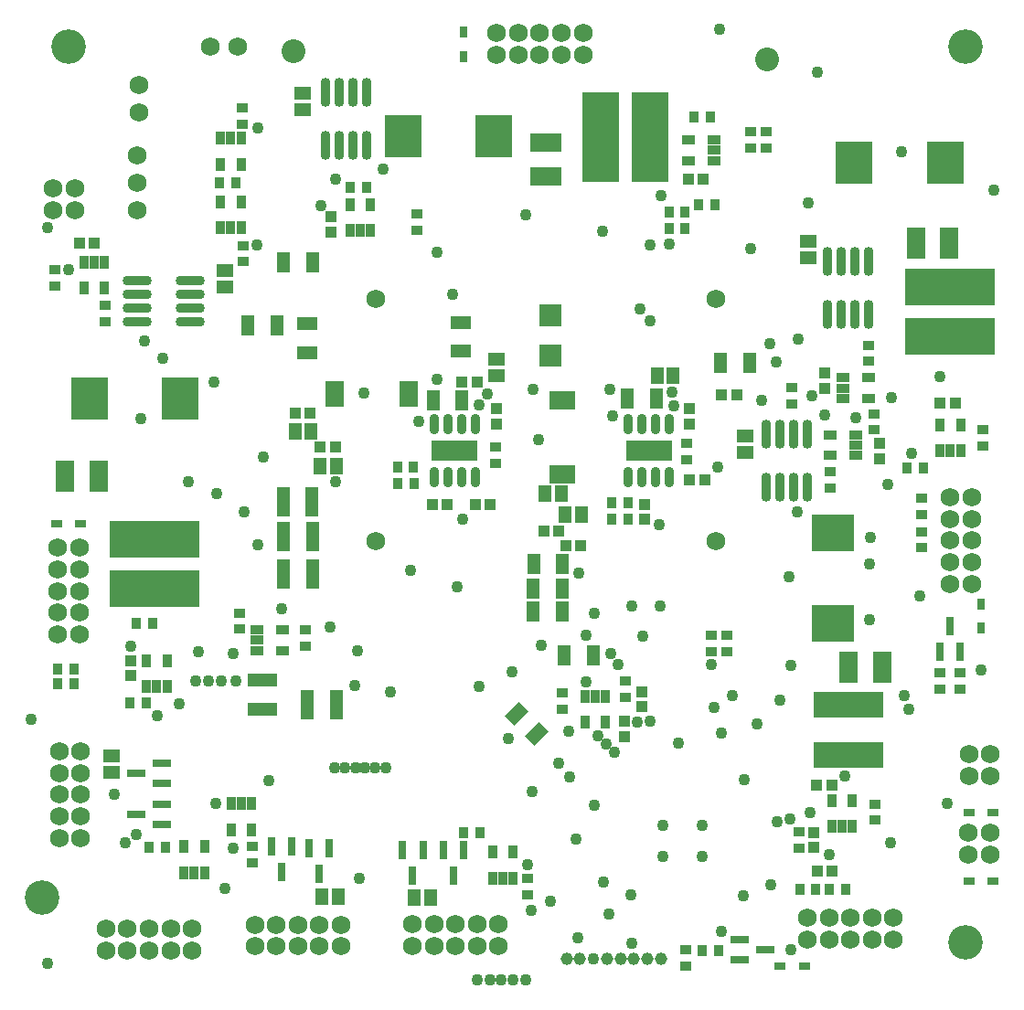
<source format=gbr>
%TF.GenerationSoftware,Altium Limited,Altium Designer,18.1.7 (191)*%
G04 Layer_Color=8388736*
%FSLAX43Y43*%
%MOMM*%
%TF.FileFunction,Soldermask,Top*%
%TF.Part,Single*%
G01*
G75*
%TA.AperFunction,SMDPad,CuDef*%
%ADD78R,0.903X1.103*%
%ADD79R,1.653X0.803*%
%ADD80R,1.603X1.303*%
%ADD81R,0.803X1.653*%
%ADD82R,1.103X0.903*%
%ADD83R,1.303X1.603*%
%ADD84R,1.303X0.853*%
%ADD85R,1.003X1.103*%
%ADD86R,1.103X1.003*%
%TA.AperFunction,ComponentPad*%
%ADD87C,1.727*%
%TA.AperFunction,ViaPad*%
%ADD88C,2.203*%
%ADD89C,3.203*%
%TA.AperFunction,ComponentPad*%
%ADD90C,1.153*%
%ADD91C,1.103*%
%TA.AperFunction,ViaPad*%
%ADD92C,1.103*%
%TA.AperFunction,SMDPad,CuDef*%
%ADD96R,4.203X1.953*%
%ADD97O,0.903X1.903*%
%ADD98R,0.853X1.303*%
%ADD99R,2.153X2.103*%
%ADD100O,0.903X2.703*%
%ADD101O,2.703X0.903*%
%ADD102R,3.903X3.503*%
%ADD103R,3.503X8.403*%
%ADD104R,8.403X3.503*%
%ADD105R,1.303X2.803*%
%ADD106R,1.703X3.003*%
%ADD107R,3.003X1.703*%
%ADD108R,6.503X2.403*%
%ADD109R,1.803X2.403*%
%ADD110R,2.403X1.803*%
%ADD111R,3.503X3.903*%
%ADD112R,1.053X0.653*%
%ADD113R,0.653X1.053*%
%ADD114R,1.303X1.903*%
%ADD115R,1.903X1.303*%
G04:AMPARAMS|DCode=116|XSize=1.903mm|YSize=1.303mm|CornerRadius=0mm|HoleSize=0mm|Usage=FLASHONLY|Rotation=45.000|XOffset=0mm|YOffset=0mm|HoleType=Round|Shape=Rectangle|*
%AMROTATEDRECTD116*
4,1,4,-0.212,-1.134,-1.134,-0.212,0.212,1.134,1.134,0.212,-0.212,-1.134,0.0*
%
%ADD116ROTATEDRECTD116*%

%ADD117R,2.803X1.303*%
D78*
X51750Y63850D02*
D03*
X53250D02*
D03*
X53225Y65400D02*
D03*
X51725D02*
D03*
X71575Y62050D02*
D03*
X73075D02*
D03*
X73075Y60525D02*
D03*
X71575D02*
D03*
X57850Y31500D02*
D03*
X59350D02*
D03*
X88975Y26275D02*
D03*
X90475D02*
D03*
X91725D02*
D03*
X93225D02*
D03*
X79950Y20575D02*
D03*
X81450D02*
D03*
X80675Y97800D02*
D03*
X79175D02*
D03*
X26975Y43475D02*
D03*
X28475D02*
D03*
X27525Y50900D02*
D03*
X29025D02*
D03*
X98900Y65300D02*
D03*
X100400D02*
D03*
X20275Y46675D02*
D03*
X21775D02*
D03*
X21775Y45275D02*
D03*
X20275D02*
D03*
X81100Y89625D02*
D03*
X79600D02*
D03*
X48850Y91300D02*
D03*
X47350D02*
D03*
X35275Y91700D02*
D03*
X36775D02*
D03*
X30250Y30175D02*
D03*
X28750D02*
D03*
X76850Y87500D02*
D03*
X78350D02*
D03*
X76850Y88950D02*
D03*
X78350D02*
D03*
D79*
X85750Y20675D02*
D03*
X83400Y19725D02*
D03*
Y21625D02*
D03*
X27525Y33200D02*
D03*
X29875Y34150D02*
D03*
Y32250D02*
D03*
X27525Y37000D02*
D03*
X29875Y37950D02*
D03*
Y36050D02*
D03*
D80*
X42900Y98475D02*
D03*
Y99975D02*
D03*
X83950Y66700D02*
D03*
Y68200D02*
D03*
X89800Y86275D02*
D03*
Y84775D02*
D03*
X35775Y83550D02*
D03*
Y82050D02*
D03*
X25250Y37100D02*
D03*
Y38600D02*
D03*
X60875Y73850D02*
D03*
Y75350D02*
D03*
D81*
X45400Y30075D02*
D03*
X43500D02*
D03*
X44450Y27725D02*
D03*
X54075Y29900D02*
D03*
X52175D02*
D03*
X53125Y27550D02*
D03*
X41950Y30200D02*
D03*
X40050D02*
D03*
X41000Y27850D02*
D03*
X102900Y50650D02*
D03*
X103850Y48300D02*
D03*
X101950D02*
D03*
X57850Y29900D02*
D03*
X55950D02*
D03*
X56900Y27550D02*
D03*
D82*
X43200Y48775D02*
D03*
Y50275D02*
D03*
X82200Y48250D02*
D03*
Y49750D02*
D03*
X38250Y28725D02*
D03*
Y30225D02*
D03*
X63750Y25775D02*
D03*
Y27275D02*
D03*
X78450Y20625D02*
D03*
Y19125D02*
D03*
X103850Y44775D02*
D03*
Y46275D02*
D03*
X67000Y44425D02*
D03*
Y42925D02*
D03*
X72800Y45550D02*
D03*
Y44050D02*
D03*
X37450Y84375D02*
D03*
Y85875D02*
D03*
X37075Y51850D02*
D03*
Y50350D02*
D03*
X37325Y97150D02*
D03*
Y98650D02*
D03*
X91825Y64925D02*
D03*
Y63425D02*
D03*
X88950Y30050D02*
D03*
Y31550D02*
D03*
X95825Y68800D02*
D03*
Y70300D02*
D03*
X95925Y32650D02*
D03*
Y34150D02*
D03*
X101950Y44800D02*
D03*
Y46300D02*
D03*
X53500Y87325D02*
D03*
Y88825D02*
D03*
X85875Y96425D02*
D03*
Y94925D02*
D03*
X84400Y94925D02*
D03*
Y96425D02*
D03*
X24625Y80350D02*
D03*
Y78850D02*
D03*
X20000Y83625D02*
D03*
Y82125D02*
D03*
X95325Y75150D02*
D03*
Y76650D02*
D03*
X88200Y71200D02*
D03*
Y72700D02*
D03*
X100275Y57875D02*
D03*
Y59375D02*
D03*
Y61000D02*
D03*
Y62500D02*
D03*
X105950Y67325D02*
D03*
Y68825D02*
D03*
X60800Y65725D02*
D03*
Y67225D02*
D03*
X78525Y66075D02*
D03*
Y67575D02*
D03*
X80775Y48250D02*
D03*
Y49750D02*
D03*
D83*
X46225Y25550D02*
D03*
X44725D02*
D03*
X65375Y62875D02*
D03*
X66875D02*
D03*
X42225Y68650D02*
D03*
X43725D02*
D03*
X54775Y25500D02*
D03*
X53275D02*
D03*
X77250Y73800D02*
D03*
X75750D02*
D03*
X44575Y65475D02*
D03*
X46075D02*
D03*
X68725Y60925D02*
D03*
X67225D02*
D03*
D84*
X95350Y73625D02*
D03*
Y71725D02*
D03*
X92950D02*
D03*
Y72675D02*
D03*
Y73625D02*
D03*
X78650Y93750D02*
D03*
Y95650D02*
D03*
X81050D02*
D03*
Y94700D02*
D03*
Y93750D02*
D03*
X94175Y66450D02*
D03*
Y67400D02*
D03*
Y68350D02*
D03*
X91775D02*
D03*
Y66450D02*
D03*
X38675Y50275D02*
D03*
Y49325D02*
D03*
Y48375D02*
D03*
X41075D02*
D03*
Y50275D02*
D03*
D85*
X80175Y64200D02*
D03*
X78775D02*
D03*
X56325Y61925D02*
D03*
X54925D02*
D03*
X60300Y61850D02*
D03*
X58900D02*
D03*
X80050Y92050D02*
D03*
X78650D02*
D03*
X90525Y35900D02*
D03*
X91925D02*
D03*
X103375Y71325D02*
D03*
X101975D02*
D03*
X22275Y86100D02*
D03*
X23675D02*
D03*
X91975Y27925D02*
D03*
X90575D02*
D03*
X81725Y72075D02*
D03*
X83125D02*
D03*
X57675Y73275D02*
D03*
X59075D02*
D03*
X43625Y70375D02*
D03*
X42225D02*
D03*
X44575Y67200D02*
D03*
X45975D02*
D03*
X67300Y58050D02*
D03*
X68700D02*
D03*
X66675Y59400D02*
D03*
X65275D02*
D03*
D86*
X74600Y61925D02*
D03*
Y60525D02*
D03*
X78725Y69375D02*
D03*
Y70775D02*
D03*
X60875Y69350D02*
D03*
Y70750D02*
D03*
X96325Y66150D02*
D03*
Y67550D02*
D03*
X27050Y46050D02*
D03*
Y47450D02*
D03*
X91325Y74075D02*
D03*
Y72675D02*
D03*
X45550Y87125D02*
D03*
Y88525D02*
D03*
X90250Y30100D02*
D03*
Y31500D02*
D03*
X74375Y43150D02*
D03*
Y44550D02*
D03*
X72725Y41825D02*
D03*
Y40425D02*
D03*
D87*
X104625Y38750D02*
D03*
Y36750D02*
D03*
X106625Y38750D02*
D03*
Y36750D02*
D03*
X53100Y23000D02*
D03*
Y21000D02*
D03*
X55100Y23000D02*
D03*
Y21000D02*
D03*
X57100Y23000D02*
D03*
Y21000D02*
D03*
X59100Y23000D02*
D03*
Y21000D02*
D03*
X61100Y23000D02*
D03*
Y21000D02*
D03*
X20400Y39025D02*
D03*
X22400D02*
D03*
X20400Y37025D02*
D03*
X22400D02*
D03*
X20400Y35025D02*
D03*
X22400D02*
D03*
X20400Y33025D02*
D03*
X22400D02*
D03*
X20400Y31025D02*
D03*
X22400D02*
D03*
X27600Y89160D02*
D03*
Y91700D02*
D03*
Y94240D02*
D03*
X89675Y21625D02*
D03*
Y23625D02*
D03*
X91675Y21625D02*
D03*
Y23625D02*
D03*
X93675Y21625D02*
D03*
Y23625D02*
D03*
X95675Y21625D02*
D03*
Y23625D02*
D03*
X97675Y21625D02*
D03*
Y23625D02*
D03*
X104600Y31475D02*
D03*
Y29475D02*
D03*
X106600Y31475D02*
D03*
Y29475D02*
D03*
X27775Y98250D02*
D03*
Y100775D02*
D03*
X46500Y22975D02*
D03*
Y20975D02*
D03*
X44500Y22975D02*
D03*
Y20975D02*
D03*
X42500Y22975D02*
D03*
Y20975D02*
D03*
X40500Y22975D02*
D03*
Y20975D02*
D03*
X38500Y22975D02*
D03*
Y20975D02*
D03*
X32725Y22575D02*
D03*
Y20575D02*
D03*
X30725Y22575D02*
D03*
Y20575D02*
D03*
X28725Y22575D02*
D03*
Y20575D02*
D03*
X26725Y22575D02*
D03*
Y20575D02*
D03*
X24725Y22575D02*
D03*
Y20575D02*
D03*
X20275Y49875D02*
D03*
Y51875D02*
D03*
Y55875D02*
D03*
X22275Y51875D02*
D03*
X20275Y53875D02*
D03*
X22275Y49875D02*
D03*
Y53875D02*
D03*
X20275Y57875D02*
D03*
X22275Y55875D02*
D03*
Y57875D02*
D03*
X104900Y54550D02*
D03*
X102900D02*
D03*
X104900Y56550D02*
D03*
X102900D02*
D03*
X104900Y58550D02*
D03*
X102900D02*
D03*
X104900Y60550D02*
D03*
X102900D02*
D03*
X104900Y62550D02*
D03*
X102900D02*
D03*
X34400Y104325D02*
D03*
X36925D02*
D03*
X81250Y58500D02*
D03*
Y80900D02*
D03*
X49750D02*
D03*
Y58500D02*
D03*
X68900Y105575D02*
D03*
Y103575D02*
D03*
X66900Y105575D02*
D03*
Y103575D02*
D03*
X64900Y105575D02*
D03*
Y103575D02*
D03*
X62900Y105575D02*
D03*
Y103575D02*
D03*
X60900Y105575D02*
D03*
Y103575D02*
D03*
X21850Y89150D02*
D03*
Y91150D02*
D03*
X19850Y89150D02*
D03*
Y91150D02*
D03*
D88*
X85950Y103100D02*
D03*
X42125Y103875D02*
D03*
D89*
X104350Y21325D02*
D03*
X104325Y104350D02*
D03*
X21300Y104350D02*
D03*
X18775Y25525D02*
D03*
D90*
X76125Y19825D02*
D03*
X74875D02*
D03*
X73625D02*
D03*
X72375D02*
D03*
X71125D02*
D03*
X68625D02*
D03*
X67375D02*
D03*
D91*
X69875D02*
D03*
D92*
X50675Y37500D02*
D03*
X49650D02*
D03*
X46875Y37475D02*
D03*
X47825Y37500D02*
D03*
X45925D02*
D03*
X48700D02*
D03*
X39825Y36300D02*
D03*
X88825Y77225D02*
D03*
X84400Y85600D02*
D03*
X95450Y56425D02*
D03*
X88750Y61200D02*
D03*
X71450Y48075D02*
D03*
X60025Y72150D02*
D03*
X71350Y72575D02*
D03*
X26475Y30525D02*
D03*
X41000Y52225D02*
D03*
X45475Y50550D02*
D03*
X46025Y63975D02*
D03*
X48650Y72225D02*
D03*
X51025Y44550D02*
D03*
X47800Y45150D02*
D03*
X64175Y35325D02*
D03*
X69150Y45425D02*
D03*
X27550Y31300D02*
D03*
X77725Y39800D02*
D03*
X75150Y41825D02*
D03*
X63775Y28500D02*
D03*
X19325Y87550D02*
D03*
X61975Y40200D02*
D03*
X62300Y46375D02*
D03*
X37525Y61200D02*
D03*
X76325Y29325D02*
D03*
X105800Y46600D02*
D03*
X89900Y33375D02*
D03*
X75100Y78875D02*
D03*
X74200Y80050D02*
D03*
X98675Y44175D02*
D03*
X73450Y21250D02*
D03*
X66675Y37900D02*
D03*
X71600Y70100D02*
D03*
X86775Y75100D02*
D03*
X59125Y17850D02*
D03*
X81550Y105900D02*
D03*
X106950Y91050D02*
D03*
X98425Y94575D02*
D03*
X91700Y29500D02*
D03*
X57225Y54275D02*
D03*
X39300Y66325D02*
D03*
X34750Y73275D02*
D03*
X27975Y69875D02*
D03*
X38775Y58150D02*
D03*
X32350Y64025D02*
D03*
X48050Y48325D02*
D03*
X67675Y36625D02*
D03*
X83775Y25625D02*
D03*
X86300Y26650D02*
D03*
X67550Y40925D02*
D03*
X65900Y25125D02*
D03*
X73300Y25725D02*
D03*
X95450Y51225D02*
D03*
X95475Y58800D02*
D03*
X74425Y49700D02*
D03*
X73425Y52500D02*
D03*
X87975Y55175D02*
D03*
X82700Y44175D02*
D03*
X88125Y47000D02*
D03*
X69150Y49775D02*
D03*
X76075Y52500D02*
D03*
X76000Y60025D02*
D03*
X64250Y72600D02*
D03*
X57725Y60575D02*
D03*
X64775Y67875D02*
D03*
X73950Y41725D02*
D03*
X55400Y73475D02*
D03*
X81750Y22350D02*
D03*
X91325Y70200D02*
D03*
X38675Y85900D02*
D03*
X36525Y48125D02*
D03*
X44625Y89550D02*
D03*
X76125Y90475D02*
D03*
X90100Y71950D02*
D03*
X99075Y42950D02*
D03*
X94175Y69950D02*
D03*
X21225Y83625D02*
D03*
X72175Y47100D02*
D03*
X38825Y96750D02*
D03*
X85000Y41575D02*
D03*
X70675Y87225D02*
D03*
X19325Y19400D02*
D03*
X87175Y43800D02*
D03*
X88125Y20675D02*
D03*
X102600Y34200D02*
D03*
X64125Y24300D02*
D03*
X55400Y85250D02*
D03*
X56825Y81325D02*
D03*
X75075Y85950D02*
D03*
X63625Y88725D02*
D03*
X90600Y101975D02*
D03*
X89750Y89850D02*
D03*
X17825Y42000D02*
D03*
X59300Y45075D02*
D03*
X70800Y26950D02*
D03*
X83825Y36375D02*
D03*
X76325Y32150D02*
D03*
X79900D02*
D03*
Y29300D02*
D03*
X100100Y53425D02*
D03*
X99350Y66650D02*
D03*
X97125Y63750D02*
D03*
X77175Y72275D02*
D03*
X86225Y76750D02*
D03*
X85450Y71525D02*
D03*
X81375Y65350D02*
D03*
X46025Y92025D02*
D03*
X50425Y92925D02*
D03*
X30000Y75475D02*
D03*
X28325Y77050D02*
D03*
X53700Y69600D02*
D03*
X81075Y43100D02*
D03*
X80775Y47100D02*
D03*
X69975Y51800D02*
D03*
X57425Y66900D02*
D03*
X58400D02*
D03*
X56500D02*
D03*
X55575D02*
D03*
X68250Y30875D02*
D03*
X36475Y30075D02*
D03*
X34875Y34175D02*
D03*
X29500Y42350D02*
D03*
X25475Y35075D02*
D03*
X71300Y23975D02*
D03*
X81750Y40700D02*
D03*
X69990Y34010D02*
D03*
X97350Y30550D02*
D03*
X65075Y48850D02*
D03*
X68500Y55550D02*
D03*
X59275Y71150D02*
D03*
X77350Y71025D02*
D03*
X88075Y32775D02*
D03*
X86900Y32550D02*
D03*
X101975Y73725D02*
D03*
X76900Y86025D02*
D03*
X31475Y43400D02*
D03*
X35000Y62900D02*
D03*
X27050Y48775D02*
D03*
X97450Y71800D02*
D03*
X63575Y17850D02*
D03*
X62400D02*
D03*
X61325D02*
D03*
X60275D02*
D03*
X70250Y40450D02*
D03*
X71787Y38987D02*
D03*
X71025Y39700D02*
D03*
X93125Y36725D02*
D03*
X35750Y26300D02*
D03*
X48225Y27250D02*
D03*
X33325Y48300D02*
D03*
X52925Y55825D02*
D03*
X33050Y45525D02*
D03*
X34225Y45550D02*
D03*
X35425Y45525D02*
D03*
X36775D02*
D03*
X68450Y21725D02*
D03*
X74500Y66850D02*
D03*
X73650Y66825D02*
D03*
X75350Y66850D02*
D03*
X76175D02*
D03*
D96*
X75025Y66900D02*
D03*
X57025Y66925D02*
D03*
D97*
X73092Y64390D02*
D03*
X74362D02*
D03*
X75632D02*
D03*
X76902D02*
D03*
X73092Y69340D02*
D03*
X74362D02*
D03*
X75632D02*
D03*
X76902D02*
D03*
X58902Y69365D02*
D03*
X57632D02*
D03*
X56362D02*
D03*
X55092D02*
D03*
X58902Y64415D02*
D03*
X57632D02*
D03*
X56362D02*
D03*
X55092D02*
D03*
D98*
X38225Y31775D02*
D03*
X36325D02*
D03*
Y34175D02*
D03*
X37275D02*
D03*
X38225D02*
D03*
X37225Y93425D02*
D03*
X35325D02*
D03*
Y95825D02*
D03*
X36275D02*
D03*
X37225D02*
D03*
X35325Y89950D02*
D03*
X37225D02*
D03*
Y87550D02*
D03*
X36275D02*
D03*
X35325D02*
D03*
X91925Y34500D02*
D03*
X93825D02*
D03*
Y32100D02*
D03*
X92875D02*
D03*
X91925D02*
D03*
X28475Y47425D02*
D03*
X30375D02*
D03*
Y45025D02*
D03*
X29425D02*
D03*
X28475D02*
D03*
X101975Y69250D02*
D03*
X103875D02*
D03*
Y66850D02*
D03*
X102925D02*
D03*
X101975D02*
D03*
X47300Y87300D02*
D03*
X48250D02*
D03*
X49200D02*
D03*
Y89700D02*
D03*
X47300D02*
D03*
X24600Y84350D02*
D03*
X23650D02*
D03*
X22700D02*
D03*
Y81950D02*
D03*
X24600D02*
D03*
X60550Y27300D02*
D03*
X61500D02*
D03*
X62450D02*
D03*
Y29700D02*
D03*
X60550D02*
D03*
X71000Y41700D02*
D03*
X69100D02*
D03*
Y44100D02*
D03*
X70050D02*
D03*
X71000D02*
D03*
X31950Y30200D02*
D03*
X33850D02*
D03*
Y27800D02*
D03*
X32900D02*
D03*
X31950D02*
D03*
D99*
X65925Y79425D02*
D03*
Y75675D02*
D03*
D100*
X95355Y84400D02*
D03*
X94085D02*
D03*
X92815D02*
D03*
X91545D02*
D03*
X95355Y79500D02*
D03*
X94085D02*
D03*
X92815D02*
D03*
X91545D02*
D03*
X89705Y68400D02*
D03*
X88435D02*
D03*
X87165D02*
D03*
X85895D02*
D03*
X89705Y63500D02*
D03*
X88435D02*
D03*
X87165D02*
D03*
X85895D02*
D03*
X48830Y100075D02*
D03*
X47560D02*
D03*
X46290D02*
D03*
X45020D02*
D03*
X48830Y95175D02*
D03*
X47560D02*
D03*
X46290D02*
D03*
X45020D02*
D03*
D101*
X32500Y78795D02*
D03*
Y80065D02*
D03*
Y81335D02*
D03*
Y82605D02*
D03*
X27600Y78795D02*
D03*
Y80065D02*
D03*
Y81335D02*
D03*
Y82605D02*
D03*
D102*
X92075Y50900D02*
D03*
Y59300D02*
D03*
D103*
X75150Y95900D02*
D03*
X70550D02*
D03*
D104*
X29250Y54100D02*
D03*
Y58700D02*
D03*
X102900Y82075D02*
D03*
Y77475D02*
D03*
D105*
X43350Y43375D02*
D03*
X46050D02*
D03*
X43825Y62175D02*
D03*
X41125D02*
D03*
X43850Y58900D02*
D03*
X41150D02*
D03*
X43850Y55475D02*
D03*
X41150D02*
D03*
D106*
X93500Y46800D02*
D03*
X96600D02*
D03*
X24050Y64500D02*
D03*
X20950D02*
D03*
X102825Y86100D02*
D03*
X99725D02*
D03*
D107*
X65450Y95425D02*
D03*
Y92325D02*
D03*
D108*
X93500Y38725D02*
D03*
Y43325D02*
D03*
D109*
X52725Y72150D02*
D03*
X45925D02*
D03*
D110*
X67000Y71525D02*
D03*
Y64725D02*
D03*
D111*
X102425Y93525D02*
D03*
X94025D02*
D03*
X23175Y71675D02*
D03*
X31575D02*
D03*
X60650Y96025D02*
D03*
X52250D02*
D03*
D112*
X20125Y60100D02*
D03*
X22375D02*
D03*
X87175Y19175D02*
D03*
X89425D02*
D03*
X104650Y33375D02*
D03*
X106900D02*
D03*
X104625Y26975D02*
D03*
X106875D02*
D03*
D113*
X57800Y103375D02*
D03*
Y105625D02*
D03*
X105800Y50450D02*
D03*
Y52700D02*
D03*
D114*
X43900Y84325D02*
D03*
X41200D02*
D03*
X72975Y71725D02*
D03*
X75675D02*
D03*
X84300Y75050D02*
D03*
X81600D02*
D03*
X55012Y71550D02*
D03*
X57712D02*
D03*
X37850Y78475D02*
D03*
X40550D02*
D03*
X64325Y56350D02*
D03*
X67025D02*
D03*
X64300Y54100D02*
D03*
X67000D02*
D03*
X64275Y51975D02*
D03*
X66975D02*
D03*
X67150Y47925D02*
D03*
X69850D02*
D03*
D115*
X43350Y78625D02*
D03*
Y75925D02*
D03*
X57625Y78775D02*
D03*
Y76075D02*
D03*
D116*
X62720Y42530D02*
D03*
X64630Y40620D02*
D03*
D117*
X39250Y45600D02*
D03*
Y42900D02*
D03*
%TF.MD5,00344ee5548d924e168b6299ceb7e23e*%
M02*

</source>
